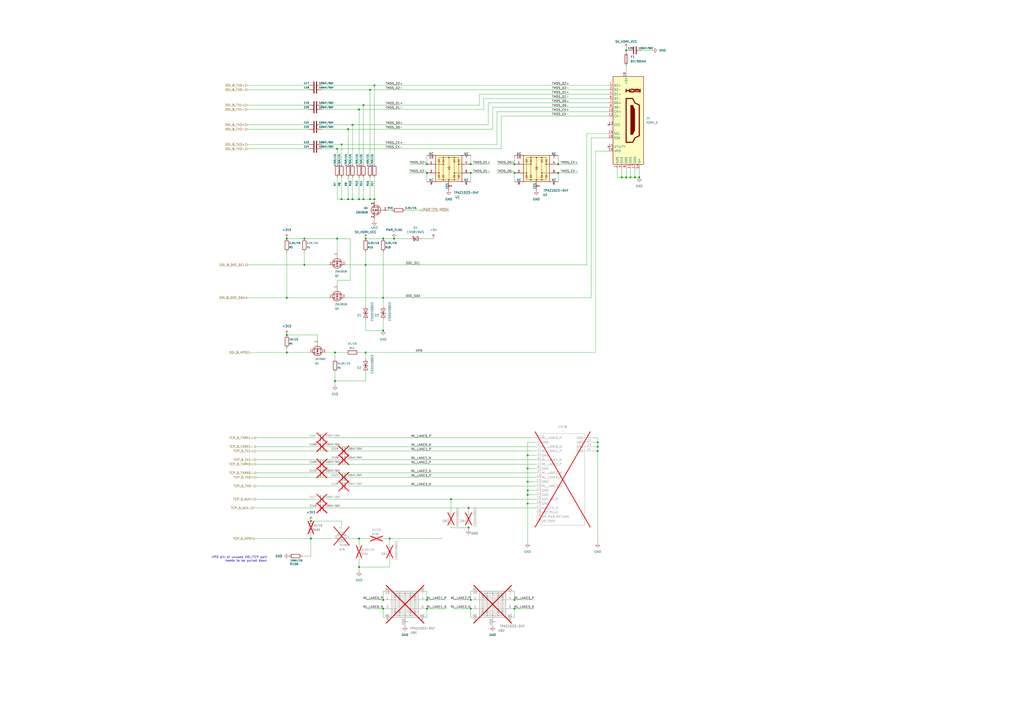
<source format=kicad_sch>
(kicad_sch (version 20231120) (generator "eeschema") (generator_version "8.0")
  (paper "A2")
  (title_block (title "nvme Carrier for LattePanda Mu") (date "2024-07-13") (rev "V1.0"))
  (junction (at 222.25 138.43))
  (junction (at 195.58 86.36))
  (junction (at 198.12 83.82))
  (junction (at 166.37 204.47))
  (junction (at 208.28 328.93))
  (junction (at 166.37 138.43))
  (junction (at 214.63 115.57))
  (junction (at 298.45 100.33))
  (junction (at 180.34 312.42))
  (junction (at 166.37 194.31))
  (junction (at 222.25 191.77))
  (junction (at 306.07 287.02))
  (junction (at 201.93 115.57))
  (junction (at 210.82 60.96))
  (junction (at 271.78 306.07))
  (junction (at 204.47 72.39))
  (junction (at 247.65 95.25))
  (junction (at 365.76 102.87))
  (junction (at 222.25 347.98))
  (junction (at 363.22 102.87))
  (junction (at 298.45 347.98))
  (junction (at 247.65 347.98))
  (junction (at 306.07 292.1))
  (junction (at 346.71 256.54))
  (junction (at 323.85 100.33))
  (junction (at 306.07 271.78))
  (junction (at 273.05 100.33))
  (junction (at 212.09 204.47))
  (junction (at 208.28 63.5))
  (junction (at 217.17 49.53))
  (junction (at 217.17 115.57))
  (junction (at 306.07 284.48))
  (junction (at 306.07 279.4))
  (junction (at 363.22 29.21))
  (junction (at 271.78 294.64))
  (junction (at 204.47 115.57))
  (junction (at 176.53 153.67))
  (junction (at 222.25 172.72))
  (junction (at 298.45 95.25))
  (junction (at 368.3 102.87))
  (junction (at 201.93 74.93))
  (junction (at 212.09 153.67))
  (junction (at 346.71 261.62))
  (junction (at 370.84 102.87))
  (junction (at 198.12 115.57))
  (junction (at 166.37 172.72))
  (junction (at 360.68 102.87))
  (junction (at 273.05 353.06))
  (junction (at 222.25 353.06))
  (junction (at 273.05 347.98))
  (junction (at 226.06 312.42))
  (junction (at 273.05 95.25))
  (junction (at 247.65 353.06))
  (junction (at 214.63 52.07))
  (junction (at 194.31 220.98))
  (junction (at 176.53 138.43))
  (junction (at 195.58 138.43))
  (junction (at 208.28 115.57))
  (junction (at 306.07 264.16))
  (junction (at 346.71 259.08))
  (junction (at 261.62 289.56))
  (junction (at 247.65 100.33))
  (junction (at 180.34 302.26))
  (junction (at 194.31 204.47))
  (junction (at 212.09 138.43))
  (junction (at 228.6 138.43))
  (junction (at 298.45 353.06))
  (junction (at 208.28 312.42))
  (junction (at 323.85 95.25))
  (junction (at 210.82 115.57))
  (no_connect (at 353.06 72.39))
  (no_connect (at 353.06 85.09))
  (wire (pts (xy 176.53 146.05) (xy 176.53 153.67)))
  (wire (pts (xy 323.85 100.33) (xy 323.85 105.41)))
  (wire (pts (xy 222.25 342.9) (xy 222.25 347.98)))
  (wire (pts (xy 189.23 204.47) (xy 194.31 204.47)))
  (wire (pts (xy 147.32 294.64) (xy 182.88 294.64)))
  (wire (pts (xy 198.12 95.25) (xy 198.12 83.82)))
  (wire (pts (xy 148.59 259.08) (xy 182.88 259.08)))
  (wire (pts (xy 222.25 146.05) (xy 222.25 172.72)))
  (wire (pts (xy 175.26 322.58) (xy 180.34 322.58)))
  (wire (pts (xy 237.49 95.25) (xy 247.65 95.25)))
  (wire (pts (xy 198.12 304.8) (xy 198.12 302.26)))
  (wire (pts (xy 247.65 95.25) (xy 247.65 90.17)))
  (wire (pts (xy 345.44 87.63) (xy 353.06 87.63)))
  (wire (pts (xy 226.06 312.42) (xy 226.06 316.23)))
  (wire (pts (xy 208.28 115.57) (xy 204.47 115.57)))
  (wire (pts (xy 306.07 314.96) (xy 306.07 292.1)))
  (wire (pts (xy 198.12 83.82) (xy 186.69 83.82)))
  (wire (pts (xy 214.63 52.07) (xy 353.06 52.07)))
  (wire (pts (xy 217.17 102.87) (xy 217.17 115.57)))
  (wire (pts (xy 195.58 86.36) (xy 195.58 95.25)))
  (wire (pts (xy 273.05 342.9) (xy 273.05 347.98)))
  (wire (pts (xy 247.65 347.98) (xy 247.65 342.9)))
  (wire (pts (xy 180.34 302.26) (xy 198.12 302.26)))
  (wire (pts (xy 370.84 97.79) (xy 370.84 102.87)))
  (wire (pts (xy 358.14 97.79) (xy 358.14 102.87)))
  (wire (pts (xy 306.07 264.16) (xy 311.15 264.16)))
  (wire (pts (xy 273.05 95.25) (xy 273.05 90.17)))
  (wire (pts (xy 148.59 269.24) (xy 182.88 269.24)))
  (wire (pts (xy 184.15 196.85) (xy 184.15 194.31)))
  (wire (pts (xy 208.28 323.85) (xy 208.28 328.93)))
  (wire (pts (xy 208.28 63.5) (xy 186.69 63.5)))
  (wire (pts (xy 148.59 281.94) (xy 195.58 281.94)))
  (wire (pts (xy 198.12 83.82) (xy 288.29 83.82)))
  (wire (pts (xy 278.13 54.61) (xy 353.06 54.61)))
  (wire (pts (xy 217.17 49.53) (xy 186.69 49.53)))
  (wire (pts (xy 222.25 358.14) (xy 222.25 353.06)))
  (wire (pts (xy 212.09 138.43) (xy 222.25 138.43)))
  (wire (pts (xy 261.62 289.56) (xy 311.15 289.56)))
  (wire (pts (xy 143.51 86.36) (xy 179.07 86.36)))
  (wire (pts (xy 148.59 266.7) (xy 195.58 266.7)))
  (wire (pts (xy 212.09 185.42) (xy 212.09 191.77)))
  (wire (pts (xy 176.53 153.67) (xy 190.5 153.67)))
  (wire (pts (xy 214.63 95.25) (xy 214.63 52.07)))
  (wire (pts (xy 340.36 153.67) (xy 340.36 77.47)))
  (wire (pts (xy 201.93 95.25) (xy 201.93 74.93)))
  (wire (pts (xy 346.71 256.54) (xy 346.71 254)))
  (wire (pts (xy 222.25 172.72) (xy 200.66 172.72)))
  (wire (pts (xy 190.5 294.64) (xy 271.78 294.64)))
  (wire (pts (xy 345.44 204.47) (xy 345.44 87.63)))
  (wire (pts (xy 143.51 83.82) (xy 179.07 83.82)))
  (wire (pts (xy 285.75 74.93) (xy 285.75 62.23)))
  (wire (pts (xy 195.58 86.36) (xy 290.83 86.36)))
  (wire (pts (xy 203.2 276.86) (xy 311.15 276.86)))
  (wire (pts (xy 245.11 138.43) (xy 251.46 138.43)))
  (wire (pts (xy 217.17 115.57) (xy 214.63 115.57)))
  (wire (pts (xy 180.34 309.88) (xy 180.34 312.42)))
  (wire (pts (xy 262.89 353.06) (xy 273.05 353.06)))
  (wire (pts (xy 340.36 77.47) (xy 353.06 77.47)))
  (wire (pts (xy 306.07 292.1) (xy 306.07 287.02)))
  (wire (pts (xy 288.29 95.25) (xy 298.45 95.25)))
  (wire (pts (xy 198.12 102.87) (xy 198.12 115.57)))
  (wire (pts (xy 323.85 90.17) (xy 323.85 95.25)))
  (wire (pts (xy 210.82 95.25) (xy 210.82 60.96)))
  (wire (pts (xy 147.32 312.42) (xy 180.34 312.42)))
  (wire (pts (xy 210.82 115.57) (xy 208.28 115.57)))
  (wire (pts (xy 306.07 279.4) (xy 306.07 271.78)))
  (wire (pts (xy 306.07 292.1) (xy 311.15 292.1)))
  (wire (pts (xy 306.07 287.02) (xy 306.07 284.48)))
  (wire (pts (xy 306.07 279.4) (xy 311.15 279.4)))
  (wire (pts (xy 273.05 95.25) (xy 284.48 95.25)))
  (wire (pts (xy 360.68 97.79) (xy 360.68 102.87)))
  (wire (pts (xy 222.25 138.43) (xy 228.6 138.43)))
  (wire (pts (xy 247.65 347.98) (xy 259.08 347.98)))
  (wire (pts (xy 148.59 276.86) (xy 195.58 276.86)))
  (wire (pts (xy 306.07 284.48) (xy 311.15 284.48)))
  (wire (pts (xy 217.17 116.84) (xy 217.17 115.57)))
  (wire (pts (xy 247.65 358.14) (xy 247.65 353.06)))
  (wire (pts (xy 273.05 353.06) (xy 273.05 358.14)))
  (wire (pts (xy 201.93 74.93) (xy 186.69 74.93)))
  (wire (pts (xy 204.47 72.39) (xy 283.21 72.39)))
  (wire (pts (xy 306.07 271.78) (xy 311.15 271.78)))
  (wire (pts (xy 234.95 121.92) (xy 243.84 121.92)))
  (wire (pts (xy 261.62 304.8) (xy 261.62 306.07)))
  (wire (pts (xy 365.76 97.79) (xy 365.76 102.87)))
  (wire (pts (xy 143.51 72.39) (xy 179.07 72.39)))
  (wire (pts (xy 280.67 57.15) (xy 353.06 57.15)))
  (wire (pts (xy 212.09 353.06) (xy 222.25 353.06)))
  (wire (pts (xy 210.82 60.96) (xy 278.13 60.96)))
  (wire (pts (xy 306.07 284.48) (xy 306.07 279.4)))
  (wire (pts (xy 144.78 204.47) (xy 166.37 204.47)))
  (wire (pts (xy 180.34 312.42) (xy 193.04 312.42)))
  (wire (pts (xy 148.59 289.56) (xy 182.88 289.56)))
  (wire (pts (xy 143.51 153.67) (xy 176.53 153.67)))
  (wire (pts (xy 288.29 64.77) (xy 353.06 64.77)))
  (wire (pts (xy 298.45 100.33) (xy 298.45 105.41)))
  (wire (pts (xy 344.17 259.08) (xy 346.71 259.08)))
  (wire (pts (xy 208.28 204.47) (xy 212.09 204.47)))
  (wire (pts (xy 346.71 314.96) (xy 346.71 261.62)))
  (wire (pts (xy 166.37 172.72) (xy 190.5 172.72)))
  (wire (pts (xy 306.07 271.78) (xy 306.07 264.16)))
  (wire (pts (xy 365.76 102.87) (xy 368.3 102.87)))
  (wire (pts (xy 214.63 115.57) (xy 210.82 115.57)))
  (wire (pts (xy 194.31 204.47) (xy 200.66 204.47)))
  (wire (pts (xy 148.59 274.32) (xy 182.88 274.32)))
  (wire (pts (xy 204.47 72.39) (xy 186.69 72.39)))
  (wire (pts (xy 212.09 153.67) (xy 340.36 153.67)))
  (wire (pts (xy 212.09 204.47) (xy 212.09 208.28)))
  (wire (pts (xy 363.22 102.87) (xy 365.76 102.87)))
  (wire (pts (xy 195.58 165.1) (xy 195.58 162.56)))
  (wire (pts (xy 271.78 304.8) (xy 271.78 306.07)))
  (wire (pts (xy 306.07 256.54) (xy 311.15 256.54)))
  (wire (pts (xy 212.09 153.67) (xy 212.09 146.05)))
  (wire (pts (xy 363.22 29.21) (xy 363.22 30.48)))
  (wire (pts (xy 208.28 328.93) (xy 208.28 331.47)))
  (wire (pts (xy 208.28 102.87) (xy 208.28 115.57)))
  (wire (pts (xy 166.37 204.47) (xy 179.07 204.47)))
  (wire (pts (xy 346.71 261.62) (xy 346.71 259.08)))
  (wire (pts (xy 204.47 115.57) (xy 201.93 115.57)))
  (wire (pts (xy 273.05 100.33) (xy 284.48 100.33)))
  (wire (pts (xy 166.37 138.43) (xy 176.53 138.43)))
  (wire (pts (xy 143.51 49.53) (xy 179.07 49.53)))
  (wire (pts (xy 204.47 95.25) (xy 204.47 72.39)))
  (wire (pts (xy 212.09 191.77) (xy 222.25 191.77)))
  (wire (pts (xy 261.62 289.56) (xy 261.62 297.18)))
  (wire (pts (xy 203.2 266.7) (xy 311.15 266.7)))
  (wire (pts (xy 217.17 127) (xy 217.17 128.27)))
  (wire (pts (xy 346.71 254) (xy 344.17 254)))
  (wire (pts (xy 212.09 215.9) (xy 212.09 220.98)))
  (wire (pts (xy 344.17 256.54) (xy 346.71 256.54)))
  (wire (pts (xy 247.65 353.06) (xy 259.08 353.06)))
  (wire (pts (xy 212.09 204.47) (xy 345.44 204.47)))
  (wire (pts (xy 323.85 100.33) (xy 335.28 100.33)))
  (wire (pts (xy 210.82 102.87) (xy 210.82 115.57)))
  (wire (pts (xy 195.58 146.05) (xy 195.58 138.43)))
  (wire (pts (xy 203.2 312.42) (xy 208.28 312.42)))
  (wire (pts (xy 364.49 29.21) (xy 363.22 29.21)))
  (wire (pts (xy 309.88 347.98) (xy 298.45 347.98)))
  (wire (pts (xy 346.71 259.08) (xy 346.71 256.54)))
  (wire (pts (xy 280.67 63.5) (xy 280.67 57.15)))
  (wire (pts (xy 194.31 215.9) (xy 194.31 220.98)))
  (wire (pts (xy 217.17 95.25) (xy 217.17 49.53)))
  (wire (pts (xy 298.45 90.17) (xy 298.45 95.25)))
  (wire (pts (xy 298.45 353.06) (xy 298.45 358.14)))
  (wire (pts (xy 224.79 121.92) (xy 227.33 121.92)))
  (wire (pts (xy 271.78 294.64) (xy 311.15 294.64)))
  (wire (pts (xy 363.22 27.94) (xy 363.22 29.21)))
  (wire (pts (xy 226.06 328.93) (xy 208.28 328.93)))
  (wire (pts (xy 363.22 97.79) (xy 363.22 102.87)))
  (wire (pts (xy 203.2 138.43) (xy 195.58 138.43)))
  (wire (pts (xy 212.09 220.98) (xy 194.31 220.98)))
  (wire (pts (xy 208.28 312.42) (xy 214.63 312.42)))
  (wire (pts (xy 278.13 60.96) (xy 278.13 54.61)))
  (wire (pts (xy 306.07 264.16) (xy 306.07 256.54)))
  (wire (pts (xy 195.58 102.87) (xy 195.58 115.57)))
  (wire (pts (xy 298.45 342.9) (xy 298.45 347.98)))
  (wire (pts (xy 273.05 105.41) (xy 273.05 100.33)))
  (wire (pts (xy 195.58 138.43) (xy 176.53 138.43)))
  (wire (pts (xy 143.51 74.93) (xy 179.07 74.93)))
  (wire (pts (xy 143.51 60.96) (xy 179.07 60.96)))
  (wire (pts (xy 358.14 102.87) (xy 360.68 102.87)))
  (wire (pts (xy 226.06 312.42) (xy 256.54 312.42)))
  (wire (pts (xy 195.58 162.56) (xy 203.2 162.56)))
  (wire (pts (xy 285.75 62.23) (xy 353.06 62.23)))
  (wire (pts (xy 208.28 312.42) (xy 208.28 316.23)))
  (wire (pts (xy 368.3 97.79) (xy 368.3 102.87)))
  (wire (pts (xy 228.6 138.43) (xy 237.49 138.43)))
  (wire (pts (xy 222.25 185.42) (xy 222.25 191.77)))
  (wire (pts (xy 290.83 86.36) (xy 290.83 67.31)))
  (wire (pts (xy 298.45 353.06) (xy 309.88 353.06)))
  (wire (pts (xy 148.59 254) (xy 182.88 254)))
  (wire (pts (xy 212.09 153.67) (xy 212.09 177.8)))
  (wire (pts (xy 204.47 102.87) (xy 204.47 115.57)))
  (wire (pts (xy 360.68 102.87) (xy 363.22 102.87)))
  (wire (pts (xy 190.5 259.08) (xy 311.15 259.08)))
  (wire (pts (xy 166.37 201.93) (xy 166.37 204.47)))
  (wire (pts (xy 217.17 49.53) (xy 353.06 49.53)))
  (wire (pts (xy 363.22 38.1) (xy 363.22 41.91)))
  (wire (pts (xy 222.25 172.72) (xy 222.25 177.8)))
  (wire (pts (xy 214.63 102.87) (xy 214.63 115.57)))
  (wire (pts (xy 203.2 281.94) (xy 311.15 281.94)))
  (wire (pts (xy 148.59 261.62) (xy 195.58 261.62)))
  (wire (pts (xy 190.5 254) (xy 311.15 254)))
  (wire (pts (xy 203.2 261.62) (xy 311.15 261.62)))
  (wire (pts (xy 190.5 289.56) (xy 261.62 289.56)))
  (wire (pts (xy 190.5 269.24) (xy 311.15 269.24)))
  (wire (pts (xy 143.51 63.5) (xy 179.07 63.5)))
  (wire (pts (xy 288.29 100.33) (xy 298.45 100.33)))
  (wire (pts (xy 212.09 347.98) (xy 222.25 347.98)))
  (wire (pts (xy 198.12 115.57) (xy 195.58 115.57)))
  (wire (pts (xy 201.93 74.93) (xy 285.75 74.93)))
  (wire (pts (xy 194.31 220.98) (xy 194.31 223.52)))
  (wire (pts (xy 222.25 312.42) (xy 226.06 312.42)))
  (wire (pts (xy 208.28 63.5) (xy 280.67 63.5)))
  (wire (pts (xy 283.21 72.39) (xy 283.21 59.69)))
  (wire (pts (xy 214.63 52.07) (xy 186.69 52.07)))
  (wire (pts (xy 166.37 194.31) (xy 184.15 194.31)))
  (wire (pts (xy 283.21 59.69) (xy 353.06 59.69)))
  (wire (pts (xy 226.06 323.85) (xy 226.06 328.93)))
  (wire (pts (xy 237.49 100.33) (xy 247.65 100.33)))
  (wire (pts (xy 306.07 287.02) (xy 311.15 287.02)))
  (wire (pts (xy 271.78 294.64) (xy 271.78 297.18)))
  (wire (pts (xy 342.9 80.01) (xy 342.9 172.72)))
  (wire (pts (xy 210.82 60.96) (xy 186.69 60.96)))
  (wire (pts (xy 143.51 52.07) (xy 179.07 52.07)))
  (wire (pts (xy 201.93 115.57) (xy 198.12 115.57)))
  (wire (pts (xy 368.3 102.87) (xy 370.84 102.87)))
  (wire (pts (xy 143.51 172.72) (xy 166.37 172.72)))
  (wire (pts (xy 208.28 95.25) (xy 208.28 63.5)))
  (wire (pts (xy 372.11 29.21) (xy 378.46 29.21)))
  (wire (pts (xy 353.06 80.01) (xy 342.9 80.01)))
  (wire (pts (xy 290.83 67.31) (xy 353.06 67.31)))
  (wire (pts (xy 247.65 105.41) (xy 247.65 100.33)))
  (wire (pts (xy 222.25 172.72) (xy 342.9 172.72)))
  (wire (pts (xy 288.29 83.82) (xy 288.29 64.77)))
  (wire (pts (xy 261.62 306.07) (xy 271.78 306.07)))
  (wire (pts (xy 194.31 204.47) (xy 194.31 208.28)))
  (wire (pts (xy 203.2 162.56) (xy 203.2 138.43)))
  (wire (pts (xy 271.78 306.07) (xy 271.78 307.34)))
  (wire (pts (xy 166.37 146.05) (xy 166.37 172.72)))
  (wire (pts (xy 344.17 261.62) (xy 346.71 261.62)))
  (wire (pts (xy 180.34 322.58) (xy 180.34 312.42)))
  (wire (pts (xy 335.28 95.25) (xy 323.85 95.25)))
  (wire (pts (xy 190.5 274.32) (xy 311.15 274.32)))
  (wire (pts (xy 200.66 153.67) (xy 212.09 153.67)))
  (wire (pts (xy 186.69 86.36) (xy 195.58 86.36)))
  (wire (pts (xy 262.89 347.98) (xy 273.05 347.98)))
  (wire (pts (xy 201.93 102.87) (xy 201.93 115.57)))
  (text "HPD pin of unused DDI/TCP port\nneeds to be pulled down" (at 154.94 322.58 0) (effects (font (size 1.27 1.27)) (justify right top)))
  (label "TMDS_CK-" (at 330.2 67.31 180))
  (label "TMDS_D2+" (at 233.68 49.53 180))
  (label "ML_LANE3_N" (at 309.88 353.06 180))
  (label "TMDS_D0+" (at 330.2 59.69 180))
  (label "TMDS_D2-" (at 247.65 100.33 180))
  (label "DDC_SCL" (at 243.84 153.67 180))
  (label "ML_LANE1_N" (at 250.19 266.7 180))
  (label "TMDS_CK-" (at 233.68 86.36 180))
  (label "ML_LANE2_P" (at 250.19 269.24 180))
  (label "TMDS_D2-" (at 233.68 52.07 180))
  (label "ML_LANE1_P" (at 250.19 261.62 180))
  (label "ML_LANE3_P" (at 250.19 276.86 180))
  (label "TMDS_D1-" (at 330.2 57.15 180))
  (label "ML_LANE3_N" (at 250.19 281.94 180))
  (label "ML_LANE0_N" (at 250.19 259.08 180))
  (label "TMDS_D0-" (at 298.45 100.33 180))
  (label "TMDS_D0-" (at 233.68 74.93 180))
  (label "ML_LANE2_N" (at 250.19 274.32 180))
  (label "ML_LANE2_N" (at 273.05 353.06 180))
  (label "TMDS_D0+" (at 233.68 72.39 180))
  (label "ML_LANE0_N" (at 222.25 353.06 180))
  (label "ML_LANE0_P" (at 222.25 347.98 180))
  (label "ML_LANE1_N" (at 259.08 353.06 180))
  (label "TMDS_D0+" (at 298.45 95.25 180))
  (label "TMDS_D2+" (at 247.65 95.25 180))
  (label "ML_LANE0_P" (at 250.19 254 180))
  (label "TMDS_CK+" (at 335.28 95.25 180))
  (label "TMDS_CK-" (at 335.28 100.33 180))
  (label "TMDS_D1-" (at 233.68 63.5 180))
  (label "ML_LANE2_P" (at 273.05 347.98 180))
  (label "TMDS_D1+" (at 284.48 95.25 180))
  (label "TMDS_D0-" (at 330.2 62.23 180))
  (label "TMDS_CK+" (at 233.68 83.82 180))
  (label "ML_LANE1_P" (at 259.08 347.98 180))
  (label "TMDS_CK+" (at 330.2 64.77 180))
  (label "TMDS_D1+" (at 330.2 54.61 180))
  (label "DDC_SDA" (at 243.84 172.72 180))
  (label "TMDS_D2+" (at 330.2 49.53 180))
  (label "TMDS_D2-" (at 330.2 52.07 180))
  (label "ML_LANE3_P" (at 309.88 347.98 180))
  (label "TMDS_D1-" (at 284.48 100.33 180))
  (label "HPD" (at 245.11 204.47 180))
  (label "TMDS_D1+" (at 233.68 60.96 180))
  (hierarchical_label "TCP_0_TX1-" (shape input) (at 148.59 266.7 180))
  (hierarchical_label "TCP_0_AUX-" (shape input) (at 147.32 294.64 180))
  (hierarchical_label "DDI_B_TX3-" (shape input) (at 143.51 86.36 180))
  (hierarchical_label "TCP_0_HPD" (shape output) (at 147.32 312.42 180))
  (hierarchical_label "DDI_B_DDC_SDA" (shape bidirectional) (at 143.51 172.72 180))
  (hierarchical_label "DDI_B_TX0+" (shape input) (at 143.51 49.53 180))
  (hierarchical_label "DDI_B_TX2+" (shape input) (at 143.51 72.39 180))
  (hierarchical_label "TCP_0_TX1+" (shape input) (at 148.59 261.62 180))
  (hierarchical_label "TCP_0_TXRX0-" (shape bidirectional) (at 148.59 274.32 180))
  (hierarchical_label "TCP_0_TXRX0+" (shape bidirectional) (at 148.59 269.24 180))
  (hierarchical_label "DDI_B_HPD" (shape input) (at 144.78 204.47 180))
  (hierarchical_label "DDI_B_TX3+" (shape input) (at 143.51 83.82 180))
  (hierarchical_label "TCP_0_TX0-" (shape input) (at 148.59 281.94 180))
  (hierarchical_label "DDI_B_DDC_SCL" (shape output) (at 143.51 153.67 180))
  (hierarchical_label "TCP_0_AUX+" (shape input) (at 148.59 289.56 180))
  (hierarchical_label "TCP_0_TXRX1+" (shape bidirectional) (at 148.59 254 180))
  (hierarchical_label "TCP_0_TXRX1-" (shape bidirectional) (at 148.59 259.08 180))
  (hierarchical_label "DDI_B_TX0-" (shape input) (at 143.51 52.07 180))
  (hierarchical_label "~{PWR_LED}{slash}~{PSON}" (shape input) (at 243.84 121.92 0))
  (hierarchical_label "TCP_0_TX0+" (shape input) (at 148.59 276.86 180))
  (hierarchical_label "DDI_B_TX1+" (shape input) (at 143.51 60.96 180))
  (hierarchical_label "DDI_B_TX1-" (shape input) (at 143.51 63.5 180))
  (hierarchical_label "DDI_B_TX2-" (shape input) (at 143.51 74.93 180))
  (symbol (lib_id "Device:C") (at 186.69 254 90) (unit 1) (in_bom no) (on_board no) (dnp yes)
    (property "Reference" "C107" (at 181.61 252.73 90) (effects (font (size 1 1))))
    (property "Value" "100nF/50V" (at 193.04 252.73 90) (effects (font (size 1 1))))
    (property "Footprint" "A_HDJ_Library:C_0402_1005Metric" (effects (hide yes)))
    (property "Datasheet" "https://wmsc.lcsc.com/wmsc/upload/file/pdf/v2/lcsc/1809272047_Murata-Electronics-GRM155R71H104KE14D_C77020.pdf" (effects (hide yes)))
    (property "SCH_Show_Footprint" "C0402" (effects (hide yes)))
    (property "Part#" "C77020" (effects (hide yes)))
    (property "MPN" "GRM155R71H104KE14D" (effects (hide yes)))
    (property "Package" "0402" (effects (hide yes)))
    (property "LCSC Part #" "C77020" (effects (hide yes)))
  )
  (symbol (lib_id "User:HYC16-DP20-178") (at 323.85 279.4 0) (unit 1) (in_bom no) (on_board no) (dnp yes)
    (property "Reference" "CN78" (at 326.39 247.65 0))
    (property "Value" "~" (at 326.39 250.19 0))
    (property "Footprint" "Library:DP-SMD_HYC16-DP20-178" (effects (hide yes)))
    (property "Datasheet" "https://atta.szlcsc.com/upload/public/pdf/source/20200812/C711350_819FDC86A5F88806D55082D40EAA95DA.pdf" (effects (hide yes)))
    (property "Description" "Connector Type:全尺寸DisplayPort Gender:母 Mounting Style:卧贴 Contact Plating:1 Current Rating (Max):0.5A Rated Voltage (Max):40V Supplementary Features:带定位柱 Contact Material:-；- Operating Temperature Range:-25°C~+85°C Operating Temperature Range:-25°C~+85°C" (effects (hide yes)))
    (property "Manufacturer Part" "HYC16-DP20-178" (effects (hide yes)))
    (property "Manufacturer" "华宇创" (effects (hide yes)))
    (property "Supplier Part" "C711350" (effects (hide yes)))
    (property "Supplier" "LCSC" (effects (hide yes)))
    (property "LCSC Part Name" "HYC16-DP20-178" (effects (hide yes)))
  )
  (symbol (lib_id "Power_Protection:D3V3XA4B10LP") (at 285.75 350.52 0) (unit 1) (in_bom no) (on_board no) (dnp yes)
    (property "Reference" "U82" (at 290.83 365.76 0))
    (property "Value" "TPAZ1023-04F" (at 297.18 363.22 0))
    (property "Footprint" "A_HDJ_Library:Diodes_UDFN-10_1.0x2.5mm_P0.5mm" (effects (hide yes)))
    (property "Datasheet" "https://www.diodes.com/assets/Datasheets/D3V3XA4B10LP.pdf" (effects (hide yes)))
    (property "Part#" "C2827676" (effects (hide yes)))
    (property "MPN" "TPAZ1023-04F" (effects (hide yes)))
    (property "Package" "DFN2510" (effects (hide yes)))
    (property "LCSC Part #" "C2827676" (effects (hide yes)))
  )
  (symbol (lib_id "power:GND") (at 222.25 191.77 0) (unit 1)
    (property "Reference" "#PWR025" (effects (hide yes)))
    (property "Value" "GND" (at 222.25 196.85 0))
  )
  (symbol (lib_id "Device:C") (at 186.69 274.32 90) (unit 1) (in_bom no) (on_board no) (dnp yes)
    (property "Reference" "C110" (at 181.61 273.05 90) (effects (font (size 1 1))))
    (property "Value" "100nF/50V" (at 193.04 273.05 90) (effects (font (size 1 1))))
    (property "Footprint" "A_HDJ_Library:C_0402_1005Metric" (effects (hide yes)))
    (property "Datasheet" "https://wmsc.lcsc.com/wmsc/upload/file/pdf/v2/lcsc/1809272047_Murata-Electronics-GRM155R71H104KE14D_C77020.pdf" (effects (hide yes)))
    (property "SCH_Show_Footprint" "C0402" (effects (hide yes)))
    (property "Part#" "C77020" (effects (hide yes)))
    (property "MPN" "GRM155R71H104KE14D" (effects (hide yes)))
    (property "Package" "0402" (effects (hide yes)))
    (property "LCSC Part #" "C77020" (effects (hide yes)))
  )
  (symbol (lib_id "Device:C") (at 182.88 83.82 90) (unit 1)
    (property "Reference" "C23" (at 177.8 82.55 90) (effects (font (size 1 1))))
    (property "Value" "100nF/50V" (at 189.23 82.55 90) (effects (font (size 1 1))))
    (property "Footprint" "A_HDJ_Library:C_0402_1005Metric" (effects (hide yes)))
    (property "Datasheet" "https://wmsc.lcsc.com/wmsc/upload/file/pdf/v2/lcsc/1809272047_Murata-Electronics-GRM155R71H104KE14D_C77020.pdf" (effects (hide yes)))
    (property "SCH_Show_Footprint" "C0402" (effects (hide yes)))
    (property "Part#" "C77020" (effects (hide yes)))
    (property "MPN" "GRM155R71H104KE14D" (effects (hide yes)))
    (property "Package" "0402" (effects (hide yes)))
    (property "LCSC Part #" "C77020" (effects (hide yes)))
  )
  (symbol (lib_id "Device:R") (at 198.12 99.06 0) (unit 1)
    (property "Reference" "R8" (at 196.85 107.95 90) (effects (font (size 1 1)) (justify left)))
    (property "Value" "470R/1%" (at 196.85 96.52 90) (effects (font (size 1 1)) (justify left)))
    (property "Footprint" "A_HDJ_Library:R_0402_1005Metric" (effects (hide yes)))
    (property "Datasheet" "https://wmsc.lcsc.com/wmsc/upload/file/pdf/v2/lcsc/2304140030_YAGEO-RC0402FR-07470RL_C114877.pdf" (effects (hide yes)))
    (property "Part#" "C114877" (effects (hide yes)))
    (property "MPN" "RC0402FR-07470RL" (effects (hide yes)))
    (property "Package" "0402" (effects (hide yes)))
    (property "LCSC Part #" "C114877" (effects (hide yes)))
  )
  (symbol (lib_id "Device:R") (at 180.34 306.07 0) (unit 1) (in_bom no) (on_board no) (dnp yes)
    (property "Reference" "R103" (at 181.61 307.34 0) (effects (font (size 1 1)) (justify left)))
    (property "Value" "1M/1%" (at 181.61 304.8 0) (effects (font (size 1 1)) (justify left)))
    (property "Footprint" "A_HDJ_Library:R_0402_1005Metric" (effects (hide yes)))
    (property "Datasheet" "https://wmsc.lcsc.com/wmsc/upload/file/pdf/v2/lcsc/2304140030_YAGEO-RC0402FR-071ML_C138033.pdf" (effects (hide yes)))
    (property "Part#" "C138033" (effects (hide yes)))
    (property "MPN" "RC0402FR-071ML" (effects (hide yes)))
    (property "Package" "0402" (effects (hide yes)))
    (property "LCSC Part #" "C138033" (effects (hide yes)))
  )
  (symbol (lib_id "Device:C") (at 186.69 294.64 90) (unit 1) (in_bom no) (on_board no) (dnp yes)
    (property "Reference" "C118" (at 181.61 293.37 90) (effects (font (size 1 1))))
    (property "Value" "100nF/50V" (at 193.04 293.37 90) (effects (font (size 1 1))))
    (property "Footprint" "A_HDJ_Library:C_0402_1005Metric" (effects (hide yes)))
    (property "Datasheet" "https://wmsc.lcsc.com/wmsc/upload/file/pdf/v2/lcsc/1809272047_Murata-Electronics-GRM155R71H104KE14D_C77020.pdf" (effects (hide yes)))
    (property "SCH_Show_Footprint" "C0402" (effects (hide yes)))
    (property "Part#" "C77020" (effects (hide yes)))
    (property "MPN" "GRM155R71H104KE14D" (effects (hide yes)))
    (property "Package" "0402" (effects (hide yes)))
    (property "LCSC Part #" "C77020" (effects (hide yes)))
  )
  (symbol (lib_id "Device:R") (at 212.09 142.24 0) (unit 1)
    (property "Reference" "R15" (at 213.36 143.51 0) (effects (font (size 1 1)) (justify left)))
    (property "Value" "2.2K/1%" (at 213.36 140.97 0) (effects (font (size 1 1)) (justify left)))
    (property "Footprint" "A_HDJ_Library:R_0402_1005Metric" (effects (hide yes)))
    (property "Datasheet" "https://wmsc.lcsc.com/wmsc/upload/file/pdf/v2/lcsc/2304140030_YAGEO-RC0402FR-072K2L_C114762.pdf" (effects (hide yes)))
    (property "Part#" "C114762" (effects (hide yes)))
    (property "MPN" "RC0402FR-072K2L" (effects (hide yes)))
    (property "Package" "0402" (effects (hide yes)))
    (property "LCSC Part #" "C114762" (effects (hide yes)))
  )
  (symbol (lib_id "power:GND") (at 271.78 307.34 0) (unit 1)
    (property "Reference" "#PWR0218" (effects (hide yes)))
    (property "Value" "GND" (at 275.336 309.372 0))
  )
  (symbol (lib_id "power:GND") (at 306.07 314.96 0) (unit 1)
    (property "Reference" "#PWR0220" (effects (hide yes)))
    (property "Value" "GND" (at 306.07 320.04 0))
  )
  (symbol (lib_id "Device:C") (at 199.39 261.62 90) (unit 1) (in_bom no) (on_board no) (dnp yes)
    (property "Reference" "C119" (at 194.31 260.35 90) (effects (font (size 1 1))))
    (property "Value" "100nF/50V" (at 205.74 260.35 90) (effects (font (size 1 1))))
    (property "Footprint" "A_HDJ_Library:C_0402_1005Metric" (effects (hide yes)))
    (property "Datasheet" "https://wmsc.lcsc.com/wmsc/upload/file/pdf/v2/lcsc/1809272047_Murata-Electronics-GRM155R71H104KE14D_C77020.pdf" (effects (hide yes)))
    (property "SCH_Show_Footprint" "C0402" (effects (hide yes)))
    (property "Part#" "C77020" (effects (hide yes)))
    (property "MPN" "GRM155R71H104KE14D" (effects (hide yes)))
    (property "Package" "0402" (effects (hide yes)))
    (property "LCSC Part #" "C77020" (effects (hide yes)))
  )
  (symbol (lib_id "power:VCC") (at 363.22 27.94 0) (unit 1)
    (property "Reference" "#PWR029" (effects (hide yes)))
    (property "Value" "5V_HDMI_VCC" (at 363.22 24.13 0))
  )
  (symbol (lib_id "Device:R") (at 166.37 198.12 0) (unit 1)
    (property "Reference" "R4" (at 167.64 199.39 0) (effects (font (size 1 1)) (justify left)))
    (property "Value" "1M/1%" (at 167.64 196.85 0) (effects (font (size 1 1)) (justify left)))
    (property "Footprint" "A_HDJ_Library:R_0402_1005Metric" (effects (hide yes)))
    (property "Datasheet" "https://wmsc.lcsc.com/wmsc/upload/file/pdf/v2/lcsc/2304140030_YAGEO-RC0402FR-071ML_C138033.pdf" (effects (hide yes)))
    (property "Part#" "C138033" (effects (hide yes)))
    (property "MPN" "RC0402FR-071ML" (effects (hide yes)))
    (property "Package" "0402" (effects (hide yes)))
    (property "LCSC Part #" "C138033" (effects (hide yes)))
  )
  (symbol (lib_id "Device:C") (at 182.88 63.5 90) (unit 1)
    (property "Reference" "C20" (at 177.8 62.23 90) (effects (font (size 1 1))))
    (property "Value" "100nF/50V" (at 189.23 62.23 90) (effects (font (size 1 1))))
    (property "Footprint" "A_HDJ_Library:C_0402_1005Metric" (effects (hide yes)))
    (property "Datasheet" "https://wmsc.lcsc.com/wmsc/upload/file/pdf/v2/lcsc/1809272047_Murata-Electronics-GRM155R71H104KE14D_C77020.pdf" (effects (hide yes)))
    (property "SCH_Show_Footprint" "C0402" (effects (hide yes)))
    (property "Part#" "C77020" (effects (hide yes)))
    (property "MPN" "GRM155R71H104KE14D" (effects (hide yes)))
    (property "Package" "0402" (effects (hide yes)))
    (property "LCSC Part #" "C77020" (effects (hide yes)))
  )
  (symbol (lib_name "2N7002_3") (lib_id "Transistor_FET:2N7002") (at 195.58 170.18 270) (unit 1)
    (property "Reference" "Q3" (at 194.31 179.07 90) (effects (font (size 1 1)) (justify left)))
    (property "Value" "2SK3018" (at 194.3101 176.53 90) (effects (font (size 1 1)) (justify left)))
    (property "Footprint" "A_HDJ_Library:SOT-23" (effects (hide yes)))
    (property "Datasheet" "https://www.onsemi.com/pub/Collateral/NDS7002A-D.PDF" (effects (hide yes)))
    (property "Part#" "C475593" (effects (hide yes)))
    (property "MPN" "2SK3018" (effects (hide yes)))
    (property "Package" "SOT-23" (effects (hide yes)))
    (property "LCSC Part #" "C475593" (effects (hide yes)))
  )
  (symbol (lib_id "Device:R") (at 208.28 99.06 0) (unit 1)
    (property "Reference" "R13" (at 207.01 107.95 90) (effects (font (size 1 1)) (justify left)))
    (property "Value" "470R/1%" (at 207.01 96.52 90) (effects (font (size 1 1)) (justify left)))
    (property "Footprint" "A_HDJ_Library:R_0402_1005Metric" (effects (hide yes)))
    (property "Datasheet" "https://wmsc.lcsc.com/wmsc/upload/file/pdf/v2/lcsc/2304140030_YAGEO-RC0402FR-07470RL_C114877.pdf" (effects (hide yes)))
    (property "Part#" "C114877" (effects (hide yes)))
    (property "MPN" "RC0402FR-07470RL" (effects (hide yes)))
    (property "Package" "0402" (effects (hide yes)))
    (property "LCSC Part #" "C114877" (effects (hide yes)))
  )
  (symbol (lib_id "power:GND") (at 167.64 322.58 270) (unit 1)
    (property "Reference" "#PWR0119" (effects (hide yes)))
    (property "Value" "GND" (at 163.83 322.5799 90) (effects (justify right)))
  )
  (symbol (lib_id "Device:Fuse") (at 363.22 34.29 0) (unit 1)
    (property "Reference" "F1" (at 365.76 33.02 0) (effects (justify left)))
    (property "Value" "6V/50mA" (at 365.76 35.56 0) (effects (justify left)))
    (property "Footprint" "A_HDJ_Library:R_0603_1608Metric" (effects (hide yes)))
    (property "Datasheet" "https://wmsc.lcsc.com/wmsc/upload/file/pdf/v2/lcsc/2401210605_LUTE-0603L050-6AR_C7472536.pdf" (effects (hide yes)))
    (property "SCH_Show_Footprint" "R0805" (effects (hide yes)))
    (property "Part#" "C7472536" (effects (hide yes)))
    (property "MPN" "0603L050/6AR" (effects (hide yes)))
    (property "Package" "0603" (effects (hide yes)))
    (property "LCSC Part #" "C7472536" (effects (hide yes)))
  )
  (symbol (lib_id "Diode:ESD9B5.0ST5G") (at 261.62 300.99 90) (unit 1) (in_bom no) (on_board no) (dnp yes)
    (property "Reference" "D83" (at 256.54 302.26 90) (effects (justify right)))
    (property "Value" "ESD5V0B03" (at 265.43 294.64 0) (effects (justify right)))
    (property "Footprint" "A_HDJ_Library:D_0402_1005Metric" (effects (hide yes)))
    (property "Datasheet" "https://wmsc.lcsc.com/wmsc/upload/file/pdf/v2/lcsc/2108131930_TECH-PUBLIC-ESD5V0B03-1006_C521894.pdf" (effects (hide yes)))
    (property "SCH_Show_Footprint" "D0402" (effects (hide yes)))
    (property "Part#" "C521894" (effects (hide yes)))
    (property "MPN" "ESD5V0B03-1006" (effects (hide yes)))
    (property "Package" "0402" (effects (hide yes)))
    (property "LCSC Part #" "C521894" (effects (hide yes)))
  )
  (symbol (lib_id "power:+3V3") (at 166.37 138.43 0) (unit 1)
    (property "Reference" "#PWR020" (effects (hide yes)))
    (property "Value" "+3V3" (at 166.37 133.35 0))
  )
  (symbol (lib_id "Diode:ESD9B5.0ST5G") (at 226.06 320.04 90) (unit 1) (in_bom no) (on_board no) (dnp yes)
    (property "Reference" "D82" (at 220.98 321.31 90) (effects (justify right)))
    (property "Value" "ESD5V0B03" (at 229.87 313.69 0) (effects (justify right)))
    (property "Footprint" "A_HDJ_Library:D_0402_1005Metric" (effects (hide yes)))
    (property "Datasheet" "https://wmsc.lcsc.com/wmsc/upload/file/pdf/v2/lcsc/2108131930_TECH-PUBLIC-ESD5V0B03-1006_C521894.pdf" (effects (hide yes)))
    (property "SCH_Show_Footprint" "D0402" (effects (hide yes)))
    (property "Part#" "C521894" (effects (hide yes)))
    (property "MPN" "ESD5V0B03-1006" (effects (hide yes)))
    (property "Package" "0402" (effects (hide yes)))
    (property "LCSC Part #" "C521894" (effects (hide yes)))
  )
  (symbol (lib_id "Device:C") (at 368.3 29.21 90) (unit 1)
    (property "Reference" "C25" (at 365.76 27.94 90) (effects (font (size 1 1))))
    (property "Value" "100nF/50V" (at 374.65 27.94 90) (effects (font (size 1 1))))
    (property "Footprint" "A_HDJ_Library:C_0402_1005Metric" (effects (hide yes)))
    (property "Datasheet" "https://wmsc.lcsc.com/wmsc/upload/file/pdf/v2/lcsc/1809272047_Murata-Electronics-GRM155R71H104KE14D_C77020.pdf" (effects (hide yes)))
    (property "SCH_Show_Footprint" "C0402" (effects (hide yes)))
    (property "Part#" "C77020" (effects (hide yes)))
    (property "MPN" "GRM155R71H104KE14D" (effects (hide yes)))
    (property "Package" "0402" (effects (hide yes)))
    (property "LCSC Part #" "C77020" (effects (hide yes)))
  )
  (symbol (lib_id "power:GND") (at 194.31 223.52 0) (unit 1)
    (property "Reference" "#PWR022" (effects (hide yes)))
    (property "Value" "GND" (at 194.31 228.6 0))
  )
  (symbol (lib_id "Device:C") (at 199.39 276.86 90) (unit 1) (in_bom no) (on_board no) (dnp yes)
    (property "Reference" "C127" (at 194.31 275.59 90) (effects (font (size 1 1))))
    (property "Value" "100nF/50V" (at 205.74 275.59 90) (effects (font (size 1 1))))
    (property "Footprint" "A_HDJ_Library:C_0402_1005Metric" (effects (hide yes)))
    (property "Datasheet" "https://wmsc.lcsc.com/wmsc/upload/file/pdf/v2/lcsc/1809272047_Murata-Electronics-GRM155R71H104KE14D_C77020.pdf" (effects (hide yes)))
    (property "SCH_Show_Footprint" "C0402" (effects (hide yes)))
    (property "Part#" "C77020" (effects (hide yes)))
    (property "MPN" "GRM155R71H104KE14D" (effects (hide yes)))
    (property "Package" "0402" (effects (hide yes)))
    (property "LCSC Part #" "C77020" (effects (hide yes)))
  )
  (symbol (lib_id "power:+5V") (at 251.46 138.43 0) (unit 1)
    (property "Reference" "#PWR026" (effects (hide yes)))
    (property "Value" "+5V" (at 251.46 133.35 0))
  )
  (symbol (lib_id "Device:R") (at 204.47 204.47 90) (unit 1)
    (property "Reference" "R11" (at 205.74 201.93 90) (effects (font (size 1 1)) (justify left)))
    (property "Value" "1K/1%" (at 207.01 199.39 90) (effects (font (size 1 1)) (justify left)))
    (property "Footprint" "A_HDJ_Library:R_0402_1005Metric" (effects (hide yes)))
    (property "Datasheet" "https://wmsc.lcsc.com/wmsc/upload/file/pdf/v2/lcsc/2304140030_YAGEO-RC0402FR-071KL_C106235.pdf" (effects (hide yes)))
    (property "Part#" "C106235" (effects (hide yes)))
    (property "MPN" "RC0402FR-071KL" (effects (hide yes)))
    (property "Package" "0402" (effects (hide yes)))
    (property "LCSC Part #" "C106235" (effects (hide yes)))
  )
  (symbol (lib_id "Device:R") (at 222.25 142.24 0) (unit 1)
    (property "Reference" "R18" (at 223.52 143.51 0) (effects (font (size 1 1)) (justify left)))
    (property "Value" "2.2K/1%" (at 223.52 140.97 0) (effects (font (size 1 1)) (justify left)))
    (property "Footprint" "A_HDJ_Library:R_0402_1005Metric" (effects (hide yes)))
    (property "Datasheet" "https://wmsc.lcsc.com/wmsc/upload/file/pdf/v2/lcsc/2304140030_YAGEO-RC0402FR-072K2L_C114762.pdf" (effects (hide yes)))
    (property "Part#" "C114762" (effects (hide yes)))
    (property "MPN" "RC0402FR-072K2L" (effects (hide yes)))
    (property "Package" "0402" (effects (hide yes)))
    (property "LCSC Part #" "C114762" (effects (hide yes)))
  )
  (symbol (lib_id "power:GND") (at 370.84 102.87 0) (unit 1)
    (property "Reference" "#PWR030" (effects (hide yes)))
    (property "Value" "GND" (at 370.84 107.95 0))
  )
  (symbol (lib_id "Device:C") (at 186.69 259.08 90) (unit 1) (in_bom no) (on_board no) (dnp yes)
    (property "Reference" "C108" (at 181.61 257.81 90) (effects (font (size 1 1))))
    (property "Value" "100nF/50V" (at 193.04 257.81 90) (effects (font (size 1 1))))
    (property "Footprint" "A_HDJ_Library:C_0402_1005Metric" (effects (hide yes)))
    (property "Datasheet" "https://wmsc.lcsc.com/wmsc/upload/file/pdf/v2/lcsc/1809272047_Murata-Electronics-GRM155R71H104KE14D_C77020.pdf" (effects (hide yes)))
    (property "SCH_Show_Footprint" "C0402" (effects (hide yes)))
    (property "Part#" "C77020" (effects (hide yes)))
    (property "MPN" "GRM155R71H104KE14D" (effects (hide yes)))
    (property "Package" "0402" (effects (hide yes)))
    (property "LCSC Part #" "C77020" (effects (hide yes)))
  )
  (symbol (lib_id "power:+3V3") (at 180.34 302.26 0) (unit 1)
    (property "Reference" "#PWR0215" (effects (hide yes)))
    (property "Value" "+3V3" (at 180.34 297.18 0))
  )
  (symbol (lib_id "Device:R") (at 176.53 142.24 0) (unit 1)
    (property "Reference" "R5" (at 177.8 143.51 0) (effects (font (size 1 1)) (justify left)))
    (property "Value" "2.2K/1%" (at 177.8 140.97 0) (effects (font (size 1 1)) (justify left)))
    (property "Footprint" "A_HDJ_Library:R_0402_1005Metric" (effects (hide yes)))
    (property "Datasheet" "https://wmsc.lcsc.com/wmsc/upload/file/pdf/v2/lcsc/2304140030_YAGEO-RC0402FR-072K2L_C114762.pdf" (effects (hide yes)))
    (property "Part#" "C114762" (effects (hide yes)))
    (property "MPN" "RC0402FR-072K2L" (effects (hide yes)))
    (property "Package" "0402" (effects (hide yes)))
    (property "LCSC Part #" "C114762" (effects (hide yes)))
  )
  (symbol (lib_id "power:GND") (at 285.75 363.22 0) (unit 1)
    (property "Reference" "#PWR0219" (effects (hide yes)))
    (property "Value" "GND" (at 285.75 368.3 0))
  )
  (symbol (lib_id "power:GND") (at 346.71 314.96 0) (unit 1)
    (property "Reference" "#PWR0221" (effects (hide yes)))
    (property "Value" "GND" (at 346.71 320.04 0))
  )
  (symbol (lib_id "Device:R") (at 201.93 99.06 0) (unit 1)
    (property "Reference" "R9" (at 200.66 107.95 90) (effects (font (size 1 1)) (justify left)))
    (property "Value" "470R/1%" (at 200.66 96.52 90) (effects (font (size 1 1)) (justify left)))
    (property "Footprint" "A_HDJ_Library:R_0402_1005Metric" (effects (hide yes)))
    (property "Datasheet" "https://wmsc.lcsc.com/wmsc/upload/file/pdf/v2/lcsc/2304140030_YAGEO-RC0402FR-07470RL_C114877.pdf" (effects (hide yes)))
    (property "Part#" "C114877" (effects (hide yes)))
    (property "MPN" "RC0402FR-07470RL" (effects (hide yes)))
    (property "Package" "0402" (effects (hide yes)))
    (property "LCSC Part #" "C114877" (effects (hide yes)))
  )
  (symbol (lib_id "power:GND") (at 217.17 128.27 0) (unit 1)
    (property "Reference" "#PWR024" (effects (hide yes)))
    (property "Value" "GND" (at 217.17 132.08 0))
  )
  (symbol (lib_id "Device:R") (at 204.47 99.06 0) (unit 1)
    (property "Reference" "R10" (at 203.2 107.95 90) (effects (font (size 1 1)) (justify left)))
    (property "Value" "470R/1%" (at 203.2 96.52 90) (effects (font (size 1 1)) (justify left)))
    (property "Footprint" "A_HDJ_Library:R_0402_1005Metric" (effects (hide yes)))
    (property "Datasheet" "https://wmsc.lcsc.com/wmsc/upload/file/pdf/v2/lcsc/2304140030_YAGEO-RC0402FR-07470RL_C114877.pdf" (effects (hide yes)))
    (property "Part#" "C114877" (effects (hide yes)))
    (property "MPN" "RC0402FR-07470RL" (effects (hide yes)))
    (property "Package" "0402" (effects (hide yes)))
    (property "LCSC Part #" "C114877" (effects (hide yes)))
  )
  (symbol (lib_id "Diode:ESD9B5.0ST5G") (at 212.09 181.61 90) (unit 1)
    (property "Reference" "D1" (at 207.01 182.88 90) (effects (justify right)))
    (property "Value" "ESD5V0B03" (at 215.9 175.26 0) (effects (justify right)))
    (property "Footprint" "A_HDJ_Library:D_0402_1005Metric" (effects (hide yes)))
    (property "Datasheet" "https://wmsc.lcsc.com/wmsc/upload/file/pdf/v2/lcsc/2108131930_TECH-PUBLIC-ESD5V0B03-1006_C521894.pdf" (effects (hide yes)))
    (property "SCH_Show_Footprint" "D0402" (effects (hide yes)))
    (property "Part#" "C521894" (effects (hide yes)))
    (property "MPN" "ESD5V0B03-1006" (effects (hide yes)))
    (property "Package" "0402" (effects (hide yes)))
    (property "LCSC Part #" "C521894" (effects (hide yes)))
  )
  (symbol (lib_id "Diode:1N5819WS") (at 241.3 138.43 0) (unit 1)
    (property "Reference" "D4" (at 240.9825 132.08 0))
    (property "Value" "1N5819WS" (at 240.9825 134.62 0))
    (property "Footprint" "A_HDJ_Library:D_SOD-323" (effects (hide yes)))
    (property "Datasheet" "https://wmsc.lcsc.com/wmsc/upload/file/pdf/v2/lcsc/2204281430_Guangdong-Hottech-1N5819WS_C191023.pdf" (effects (hide yes)))
    (property "SCH_Show_Footprint" "SOD-323" (effects (hide yes)))
    (property "Part#" "C2828425" (effects (hide yes)))
    (property "MPN" "1N5819WS" (effects (hide yes)))
    (property "Package" "SOD-323" (effects (hide yes)))
    (property "LCSC Part #" "C2828425" (effects (hide yes)))
  )
  (symbol (lib_id "Device:R") (at 208.28 320.04 0) (unit 1) (in_bom no) (on_board no) (dnp yes)
    (property "Reference" "R104" (at 209.55 321.31 0) (effects (font (size 1 1)) (justify left)))
    (property "Value" "21.5K/1%" (at 209.55 318.77 0) (effects (font (size 1 1)) (justify left)))
    (property "Footprint" "A_HDJ_Library:R_0402_1005Metric" (effects (hide yes)))
    (property "Datasheet" "https://wmsc.lcsc.com/wmsc/upload/file/pdf/v2/lcsc/2304140030_YAGEO-RC0402FR-0721K5L_C185442.pdf" (effects (hide yes)))
    (property "Part#" "C185442" (effects (hide yes)))
    (property "MPN" "RC0402FR-0721K5L" (effects (hide yes)))
    (property "Package" "0402" (effects (hide yes)))
    (property "LCSC Part #" "C185442" (effects (hide yes)))
  )
  (symbol (lib_id "Connector:HDMI_A") (at 363.22 69.85 0) (unit 1)
    (property "Reference" "J4" (at 374.65 68.5799 0) (effects (justify left)))
    (property "Value" "HDMI_A" (at 374.65 71.1199 0) (effects (justify left)))
    (property "Footprint" "A_HDJ_Library:HDMI_A_Molex_208658-1001_Horizontal" (effects (hide yes)))
    (property "Datasheet" "https://www.molex.com/content/dam/molex/molex-dot-com/products/automated/en-us/salesdrawingpdf/208/208658/2086581001_sd.pdf" (effects (hide yes)))
    (property "Part#" "C916313" (effects (hide yes)))
    (property "MPN" "2086581001" (effects (hide yes)))
    (property "Package" "Plugin" (effects (hide yes)))
    (property "LCSC Part #" "C2858275" (effects (hide yes)))
  )
  (symbol (lib_id "Device:C") (at 186.69 289.56 90) (unit 1) (in_bom no) (on_board no) (dnp yes)
    (property "Reference" "C117" (at 181.61 288.29 90) (effects (font (size 1 1))))
    (property "Value" "100nF/50V" (at 193.04 288.29 90) (effects (font (size 1 1))))
    (property "Footprint" "A_HDJ_Library:C_0402_1005Metric" (effects (hide yes)))
    (property "Datasheet" "https://wmsc.lcsc.com/wmsc/upload/file/pdf/v2/lcsc/1809272047_Murata-Electronics-GRM155R71H104KE14D_C77020.pdf" (effects (hide yes)))
    (property "SCH_Show_Footprint" "C0402" (effects (hide yes)))
    (property "Part#" "C77020" (effects (hide yes)))
    (property "MPN" "GRM155R71H104KE14D" (effects (hide yes)))
    (property "Package" "0402" (effects (hide yes)))
    (property "LCSC Part #" "C77020" (effects (hide yes)))
  )
  (symbol (lib_id "Device:C") (at 182.88 86.36 90) (unit 1)
    (property "Reference" "C24" (at 177.8 85.09 90) (effects (font (size 1 1))))
    (property "Value" "100nF/50V" (at 189.23 85.09 90) (effects (font (size 1 1))))
    (property "Footprint" "A_HDJ_Library:C_0402_1005Metric" (effects (hide yes)))
    (property "Datasheet" "https://wmsc.lcsc.com/wmsc/upload/file/pdf/v2/lcsc/1809272047_Murata-Electronics-GRM155R71H104KE14D_C77020.pdf" (effects (hide yes)))
    (property "SCH_Show_Footprint" "C0402" (effects (hide yes)))
    (property "Part#" "C77020" (effects (hide yes)))
    (property "MPN" "GRM155R71H104KE14D" (effects (hide yes)))
    (property "Package" "0402" (effects (hide yes)))
    (property "LCSC Part #" "C77020" (effects (hide yes)))
  )
  (symbol (lib_id "Device:R") (at 194.31 212.09 0) (unit 1)
    (property "Reference" "R6" (at 195.58 213.36 0) (effects (font (size 1 1)) (justify left)))
    (property "Value" "21.5K/1%" (at 195.58 210.82 0) (effects (font (size 1 1)) (justify left)))
    (property "Footprint" "A_HDJ_Library:R_0402_1005Metric" (effects (hide yes)))
    (property "Datasheet" "https://wmsc.lcsc.com/wmsc/upload/file/pdf/v2/lcsc/2304140030_YAGEO-RC0402FR-0721K5L_C185442.pdf" (effects (hide yes)))
    (property "Part#" "C185442" (effects (hide yes)))
    (property "MPN" "RC0402FR-0721K5L" (effects (hide yes)))
    (property "Package" "0402" (effects (hide yes)))
    (property "LCSC Part #" "C185442" (effects (hide yes)))
  )
  (symbol (lib_id "power:GND") (at 311.15 110.49 0) (unit 1)
    (property "Reference" "#PWR028" (effects (hide yes)))
    (property "Value" "GND" (at 311.15 115.57 0))
  )
  (symbol (lib_id "Device:C") (at 182.88 49.53 90) (unit 1)
    (property "Reference" "C17" (at 177.8 48.26 90) (effects (font (size 1 1))))
    (property "Value" "100nF/50V" (at 189.23 48.26 90) (effects (font (size 1 1))))
    (property "Footprint" "A_HDJ_Library:C_0402_1005Metric" (effects (hide yes)))
    (property "Datasheet" "https://wmsc.lcsc.com/wmsc/upload/file/pdf/v2/lcsc/1809272047_Murata-Electronics-GRM155R71H104KE14D_C77020.pdf" (effects (hide yes)))
    (property "SCH_Show_Footprint" "C0402" (effects (hide yes)))
    (property "Part#" "C77020" (effects (hide yes)))
    (property "MPN" "GRM155R71H104KE14D" (effects (hide yes)))
    (property "Package" "0402" (effects (hide yes)))
    (property "LCSC Part #" "C77020" (effects (hide yes)))
  )
  (symbol (lib_id "Transistor_FET:2N7002") (at 198.12 309.88 270) (unit 1) (in_bom no) (on_board no) (dnp yes)
    (property "Reference" "Q79" (at 196.85 318.77 90) (effects (font (size 1 1)) (justify left)))
    (property "Value" "2N7002" (at 196.8501 316.23 90) (effects (font (size 1 1)) (justify left)))
    (property "Footprint" "A_HDJ_Library:SOT-23" (effects (hide yes)))
    (property "Datasheet" "https://www.onsemi.com/pub/Collateral/NDS7002A-D.PDF" (effects (hide yes)))
    (property "Part#" "C7603342" (effects (hide yes)))
    (property "MPN" "NDS7002A" (effects (hide yes)))
    (property "Package" "SOT-23" (effects (hide yes)))
    (property "LCSC Part #" "C7603342" (effects (hide yes)))
  )
  (symbol (lib_id "Device:C") (at 199.39 281.94 90) (unit 1) (in_bom no) (on_board no) (dnp yes)
    (property "Reference" "C128" (at 194.31 280.67 90) (effects (font (size 1 1))))
    (property "Value" "100nF/50V" (at 205.74 280.67 90) (effects (font (size 1 1))))
    (property "Footprint" "A_HDJ_Library:C_0402_1005Metric" (effects (hide yes)))
    (property "Datasheet" "https://wmsc.lcsc.com/wmsc/upload/file/pdf/v2/lcsc/1809272047_Murata-Electronics-GRM155R71H104KE14D_C77020.pdf" (effects (hide yes)))
    (property "SCH_Show_Footprint" "C0402" (effects (hide yes)))
    (property "Part#" "C77020" (effects (hide yes)))
    (property "MPN" "GRM155R71H104KE14D" (effects (hide yes)))
    (property "Package" "0402" (effects (hide yes)))
    (property "LCSC Part #" "C77020" (effects (hide yes)))
  )
  (symbol (lib_id "power:+3V3") (at 166.37 194.31 0) (unit 1)
    (property "Reference" "#PWR021" (effects (hide yes)))
    (property "Value" "+3V3" (at 166.37 189.23 0))
  )
  (symbol (lib_id "Device:C") (at 199.39 266.7 90) (unit 1) (in_bom no) (on_board no) (dnp yes)
    (property "Reference" "C120" (at 194.31 265.43 90) (effects (font (size 1 1))))
    (property "Value" "100nF/50V" (at 205.74 265.43 90) (effects (font (size 1 1))))
    (property "Footprint" "A_HDJ_Library:C_0402_1005Metric" (effects (hide yes)))
    (property "Datasheet" "https://wmsc.lcsc.com/wmsc/upload/file/pdf/v2/lcsc/1809272047_Murata-Electronics-GRM155R71H104KE14D_C77020.pdf" (effects (hide yes)))
    (property "SCH_Show_Footprint" "C0402" (effects (hide yes)))
    (property "Part#" "C77020" (effects (hide yes)))
    (property "MPN" "GRM155R71H104KE14D" (effects (hide yes)))
    (property "Package" "0402" (effects (hide yes)))
    (property "LCSC Part #" "C77020" (effects (hide yes)))
  )
  (symbol (lib_id "Diode:ESD9B5.0ST5G") (at 271.78 300.99 90) (unit 1) (in_bom no) (on_board no) (dnp yes)
    (property "Reference" "D84" (at 266.7 302.26 90) (effects (justify right)))
    (property "Value" "ESD5V0B03" (at 275.59 294.64 0) (effects (justify right)))
    (property "Footprint" "A_HDJ_Library:D_0402_1005Metric" (effects (hide yes)))
    (property "Datasheet" "https://wmsc.lcsc.com/wmsc/upload/file/pdf/v2/lcsc/2108131930_TECH-PUBLIC-ESD5V0B03-1006_C521894.pdf" (effects (hide yes)))
    (property "SCH_Show_Footprint" "D0402" (effects (hide yes)))
    (property "Part#" "C521894" (effects (hide yes)))
    (property "MPN" "ESD5V0B03-1006" (effects (hide yes)))
    (property "Package" "0402" (effects (hide yes)))
    (property "LCSC Part #" "C521894" (effects (hide yes)))
  )
  (symbol (lib_id "Diode:ESD9B5.0ST5G") (at 212.09 212.09 90) (unit 1)
    (property "Reference" "D2" (at 207.01 213.36 90) (effects (justify right)))
    (property "Value" "ESD5V0B03" (at 215.9 205.74 0) (effects (justify right)))
    (property "Footprint" "A_HDJ_Library:D_0402_1005Metric" (effects (hide yes)))
    (property "Datasheet" "https://wmsc.lcsc.com/wmsc/upload/file/pdf/v2/lcsc/2108131930_TECH-PUBLIC-ESD5V0B03-1006_C521894.pdf" (effects (hide yes)))
    (property "SCH_Show_Footprint" "D0402" (effects (hide yes)))
    (property "Part#" "C521894" (effects (hide yes)))
    (property "MPN" "ESD5V0B03-1006" (effects (hide yes)))
    (property "Package" "0402" (effects (hide yes)))
    (property "LCSC Part #" "C521894" (effects (hide yes)))
  )
  (symbol (lib_id "Device:C") (at 182.88 52.07 90) (unit 1)
    (property "Reference" "C18" (at 177.8 50.8 90) (effects (font (size 1 1))))
    (property "Value" "100nF/50V" (at 189.23 50.8 90) (effects (font (size 1 1))))
    (property "Footprint" "A_HDJ_Library:C_0402_1005Metric" (effects (hide yes)))
    (property "Datasheet" "https://wmsc.lcsc.com/wmsc/upload/file/pdf/v2/lcsc/1809272047_Murata-Electronics-GRM155R71H104KE14D_C77020.pdf" (effects (hide yes)))
    (property "SCH_Show_Footprint" "C0402" (effects (hide yes)))
    (property "Part#" "C77020" (effects (hide yes)))
    (property "MPN" "GRM155R71H104KE14D" (effects (hide yes)))
    (property "Package" "0402" (effects (hide yes)))
    (property "LCSC Part #" "C77020" (effects (hide yes)))
  )
  (symbol (lib_id "Device:R") (at 210.82 99.06 0) (unit 1)
    (property "Reference" "R14" (at 209.55 107.95 90) (effects (font (size 1 1)) (justify left)))
    (property "Value" "470R/1%" (at 209.55 96.52 90) (effects (font (size 1 1)) (justify left)))
    (property "Footprint" "A_HDJ_Library:R_0402_1005Metric" (effects (hide yes)))
    (property "Datasheet" "https://wmsc.lcsc.com/wmsc/upload/file/pdf/v2/lcsc/2304140030_YAGEO-RC0402FR-07470RL_C114877.pdf" (effects (hide yes)))
    (property "Part#" "C114877" (effects (hide yes)))
    (property "MPN" "RC0402FR-07470RL" (effects (hide yes)))
    (property "Package" "0402" (effects (hide yes)))
    (property "LCSC Part #" "C114877" (effects (hide yes)))
  )
  (symbol (lib_id "power:GND") (at 208.28 331.47 0) (unit 1)
    (property "Reference" "#PWR0216" (effects (hide yes)))
    (property "Value" "GND" (at 208.28 336.55 0))
  )
  (symbol (lib_id "Device:R") (at 171.45 322.58 270) (unit 1)
    (property "Reference" "R106" (at 170.688 327.152 90))
    (property "Value" "100K/1%" (at 171.958 325.12 90) (effects (font (size 1 1))))
    (property "Footprint" "A_HDJ_Library:R_0402_1005Metric" (effects (hide yes)))
    (property "Datasheet" "https://wmsc.lcsc.com/wmsc/upload/file/pdf/v2/lcsc/2304140030_YAGEO-RC0402FR-07100KL_C60491.pdf" (effects (hide yes)))
    (property "Part#" "C60491" (effects (hide yes)))
    (property "MPN" "RC0402FR-07100KL" (effects (hide yes)))
    (property "Package" "0402" (effects (hide yes)))
    (property "LCSC Part #" "C60491" (effects (hide yes)))
  )
  (symbol (lib_id "Power_Protection:D3V3XA4B10LP") (at 234.95 350.52 0) (unit 1) (in_bom no) (on_board no) (dnp yes)
    (property "Reference" "U81" (at 240.03 367.03 0))
    (property "Value" "TPAZ1023-04F" (at 245.11 364.49 0))
    (property "Footprint" "A_HDJ_Library:Diodes_UDFN-10_1.0x2.5mm_P0.5mm" (effects (hide yes)))
    (property "Datasheet" "https://www.diodes.com/assets/Datasheets/D3V3XA4B10LP.pdf" (effects (hide yes)))
    (property "Part#" "C2827676" (effects (hide yes)))
    (property "MPN" "TPAZ1023-04F" (effects (hide yes)))
    (property "Package" "DFN2510" (effects (hide yes)))
    (property "LCSC Part #" "C2827676" (effects (hide yes)))
  )
  (symbol (lib_name "2N7002_1") (lib_id "Transistor_FET:2N7002") (at 219.71 121.92 0) (mirror y) (unit 1)
    (property "Reference" "Q4" (at 213.36 120.6499 0) (effects (font (size 1 1)) (justify left)))
    (property "Value" "2SK3018" (at 213.36 123.1899 0) (effects (font (size 1 1)) (justify left)))
    (property "Footprint" "A_HDJ_Library:SOT-23" (effects (hide yes)))
    (property "Datasheet" "https://www.onsemi.com/pub/Collateral/NDS7002A-D.PDF" (effects (hide yes)))
    (property "Part#" "C475593" (effects (hide yes)))
    (property "MPN" "2SK3018" (effects (hide yes)))
    (property "Package" "SOT-23" (effects (hide yes)))
    (property "LCSC Part #" "C475593" (effects (hide yes)))
  )
  (symbol (lib_id "Device:C") (at 182.88 72.39 90) (unit 1)
    (property "Reference" "C21" (at 177.8 71.12 90) (effects (font (size 1 1))))
    (property "Value" "100nF/50V" (at 189.23 71.12 90) (effects (font (size 1 1))))
    (property "Footprint" "A_HDJ_Library:C_0402_1005Metric" (effects (hide yes)))
    (property "Datasheet" "https://wmsc.lcsc.com/wmsc/upload/file/pdf/v2/lcsc/1809272047_Murata-Electronics-GRM155R71H104KE14D_C77020.pdf" (effects (hide yes)))
    (property "SCH_Show_Footprint" "C0402" (effects (hide yes)))
    (property "Part#" "C77020" (effects (hide yes)))
    (property "MPN" "GRM155R71H104KE14D" (effects (hide yes)))
    (property "Package" "0402" (effects (hide yes)))
    (property "LCSC Part #" "C77020" (effects (hide yes)))
  )
  (symbol (lib_id "power:GND") (at 378.46 29.21 90) (unit 1)
    (property "Reference" "#PWR031" (effects (hide yes)))
    (property "Value" "GND" (at 382.27 29.21 90) (effects (justify right)))
  )
  (symbol (lib_id "Diode:ESD9B5.0ST5G") (at 222.25 181.61 90) (unit 1)
    (property "Reference" "D3" (at 217.17 182.88 90) (effects (justify right)))
    (property "Value" "ESD5V0B03" (at 226.06 175.26 0) (effects (justify right)))
    (property "Footprint" "A_HDJ_Library:D_0402_1005Metric" (effects (hide yes)))
    (property "Datasheet" "https://wmsc.lcsc.com/wmsc/upload/file/pdf/v2/lcsc/2108131930_TECH-PUBLIC-ESD5V0B03-1006_C521894.pdf" (effects (hide yes)))
    (property "SCH_Show_Footprint" "D0402" (effects (hide yes)))
    (property "Part#" "C521894" (effects (hide yes)))
    (property "MPN" "ESD5V0B03-1006" (effects (hide yes)))
    (property "Package" "0402" (effects (hide yes)))
    (property "LCSC Part #" "C521894" (effects (hide yes)))
  )
  (symbol (lib_id "power:VCC") (at 212.09 138.43 0) (unit 1)
    (property "Reference" "#PWR023" (effects (hide yes)))
    (property "Value" "5V_HDMI_VCC" (at 212.09 134.62 0))
  )
  (symbol (lib_id "Device:R") (at 166.37 142.24 0) (unit 1)
    (property "Reference" "R3" (at 167.64 143.51 0) (effects (font (size 1 1)) (justify left)))
    (property "Value" "2.2K/1%" (at 167.64 140.97 0) (effects (font (size 1 1)) (justify left)))
    (property "Footprint" "A_HDJ_Library:R_0402_1005Metric" (effects (hide yes)))
    (property "Datasheet" "https://wmsc.lcsc.com/wmsc/upload/file/pdf/v2/lcsc/2304140030_YAGEO-RC0402FR-072K2L_C114762.pdf" (effects (hide yes)))
    (property "Part#" "C114762" (effects (hide yes)))
    (property "MPN" "RC0402FR-072K2L" (effects (hide yes)))
    (property "Package" "0402" (effects (hide yes)))
    (property "LCSC Part #" "C114762" (effects (hide yes)))
  )
  (symbol (lib_id "Device:R") (at 218.44 312.42 90) (unit 1) (in_bom no) (on_board no) (dnp yes)
    (property "Reference" "R105" (at 219.71 309.88 90) (effects (font (size 1 1)) (justify left)))
    (property "Value" "1K/1%" (at 220.98 307.34 90) (effects (font (size 1 1)) (justify left)))
    (property "Footprint" "A_HDJ_Library:R_0402_1005Metric" (effects (hide yes)))
    (property "Datasheet" "https://wmsc.lcsc.com/wmsc/upload/file/pdf/v2/lcsc/2304140030_YAGEO-RC0402FR-071KL_C106235.pdf" (effects (hide yes)))
    (property "Part#" "C106235" (effects (hide yes)))
    (property "MPN" "RC0402FR-071KL" (effects (hide yes)))
    (property "Package" "0402" (effects (hide yes)))
    (property "LCSC Part #" "C106235" (effects (hide yes)))
  )
  (symbol (lib_id "Device:C") (at 182.88 60.96 90) (unit 1)
    (property "Reference" "C19" (at 177.8 59.69 90) (effects (font (size 1 1))))
    (property "Value" "100nF/50V" (at 189.23 59.69 90) (effects (font (size 1 1))))
    (property "Footprint" "A_HDJ_Library:C_0402_1005Metric" (effects (hide yes)))
    (property "Datasheet" "https://wmsc.lcsc.com/wmsc/upload/file/pdf/v2/lcsc/1809272047_Murata-Electronics-GRM155R71H104KE14D_C77020.pdf" (effects (hide yes)))
    (property "SCH_Show_Footprint" "C0402" (effects (hide yes)))
    (property "Part#" "C77020" (effects (hide yes)))
    (property "MPN" "GRM155R71H104KE14D" (effects (hide yes)))
    (property "Package" "0402" (effects (hide yes)))
    (property "LCSC Part #" "C77020" (effects (hide yes)))
  )
  (symbol (lib_id "Device:R") (at 214.63 99.06 0) (unit 1)
    (property "Reference" "R16" (at 213.36 107.95 90) (effects (font (size 1 1)) (justify left)))
    (property "Value" "470R/1%" (at 213.36 96.52 90) (effects (font (size 1 1)) (justify left)))
    (property "Footprint" "A_HDJ_Library:R_0402_1005Metric" (effects (hide yes)))
    (property "Datasheet" "https://wmsc.lcsc.com/wmsc/upload/file/pdf/v2/lcsc/2304140030_YAGEO-RC0402FR-07470RL_C114877.pdf" (effects (hide yes)))
    (property "Part#" "C114877" (effects (hide yes)))
    (property "MPN" "RC0402FR-07470RL" (effects (hide yes)))
    (property "Package" "0402" (effects (hide yes)))
    (property "LCSC Part #" "C114877" (effects (hide yes)))
  )
  (symbol (lib_id "Device:R") (at 231.14 121.92 270) (unit 1)
    (property "Reference" "R19" (at 224.79 120.65 90) (effects (font (size 1 1)) (justify left)))
    (property "Value" "2.2K/1%" (at 234.95 120.65 90) (effects (font (size 1 1)) (justify left)))
    (property "Footprint" "A_HDJ_Library:R_0402_1005Metric" (effects (hide yes)))
    (property "Datasheet" "https://wmsc.lcsc.com/wmsc/upload/file/pdf/v2/lcsc/2304140030_YAGEO-RC0402FR-072K2L_C114762.pdf" (effects (hide yes)))
    (property "Part#" "C114762" (effects (hide yes)))
    (property "MPN" "RC0402FR-072K2L" (effects (hide yes)))
    (property "Package" "0402" (effects (hide yes)))
    (property "LCSC Part #" "C114762" (effects (hide yes)))
  )
  (symbol (lib_name "2N7002_2") (lib_id "Transistor_FET:2N7002") (at 195.58 151.13 270) (unit 1)
    (property "Reference" "Q2" (at 194.31 160.02 90) (effects (font (size 1 1)) (justify left)))
    (property "Value" "2SK3018" (at 194.3101 157.48 90) (effects (font (size 1 1)) (justify left)))
    (property "Footprint" "A_HDJ_Library:SOT-23" (effects (hide yes)))
    (property "Datasheet" "https://www.onsemi.com/pub/Collateral/NDS7002A-D.PDF" (effects (hide yes)))
    (property "Part#" "C475593" (effects (hide yes)))
    (property "MPN" "2SK3018" (effects (hide yes)))
    (property "Package" "SOT-23" (effects (hide yes)))
    (property "LCSC Part #" "C475593" (effects (hide yes)))
  )
  (symbol (lib_id "power:GND") (at 234.95 363.22 0) (mirror y) (unit 1)
    (property "Reference" "#PWR0217" (effects (hide yes)))
    (property "Value" "GND" (at 234.95 368.3 0))
  )
  (symbol (lib_id "Device:C") (at 182.88 74.93 90) (unit 1)
    (property "Reference" "C22" (at 177.8 73.66 90) (effects (font (size 1 1))))
    (property "Value" "100nF/50V" (at 189.23 73.66 90) (effects (font (size 1 1))))
    (property "Footprint" "A_HDJ_Library:C_0402_1005Metric" (effects (hide yes)))
    (property "Datasheet" "https://wmsc.lcsc.com/wmsc/upload/file/pdf/v2/lcsc/1809272047_Murata-Electronics-GRM155R71H104KE14D_C77020.pdf" (effects (hide yes)))
    (property "SCH_Show_Footprint" "C0402" (effects (hide yes)))
    (property "Part#" "C77020" (effects (hide yes)))
    (property "MPN" "GRM155R71H104KE14D" (effects (hide yes)))
    (property "Package" "0402" (effects (hide yes)))
    (property "LCSC Part #" "C77020" (effects (hide yes)))
  )
  (symbol (lib_id "Power_Protection:D3V3XA4B10LP") (at 311.15 97.79 0) (unit 1)
    (property "Reference" "U2" (at 316.23 113.03 0))
    (property "Value" "TPAZ1023-04F" (at 322.58 110.49 0))
    (property "Footprint" "A_HDJ_Library:Diodes_UDFN-10_1.0x2.5mm_P0.5mm" (effects (hide yes)))
    (property "Datasheet" "https://www.diodes.com/assets/Datasheets/D3V3XA4B10LP.pdf" (effects (hide yes)))
    (property "Part#" "C2827676" (effects (hide yes)))
    (property "MPN" "TPAZ1023-04F" (effects (hide yes)))
    (property "Package" "DFN2510" (effects (hide yes)))
    (property "LCSC Part #" "C2827676" (effects (hide yes)))
  )
  (symbol (lib_id "Power_Protection:D3V3XA4B10LP") (at 260.35 97.79 0) (unit 1)
    (property "Reference" "U1" (at 265.43 114.3 0))
    (property "Value" "TPAZ1023-04F" (at 270.51 111.76 0))
    (property "Footprint" "A_HDJ_Library:Diodes_UDFN-10_1.0x2.5mm_P0.5mm" (effects (hide yes)))
    (property "Datasheet" "https://www.diodes.com/assets/Datasheets/D3V3XA4B10LP.pdf" (effects (hide yes)))
    (property "Part#" "C2827676" (effects (hide yes)))
    (property "MPN" "TPAZ1023-04F" (effects (hide yes)))
    (property "Package" "DFN2510" (effects (hide yes)))
    (property "LCSC Part #" "C2827676" (effects (hide yes)))
  )
  (symbol (lib_id "power:PWR_FLAG") (at 228.6 138.43 0) (unit 1)
    (property "Reference" "#FLG0401" (effects (hide yes)))
    (property "Value" "PWR_FLAG" (at 228.6 133.35 0))
    (property "Description" "Special symbol for telling ERC where power comes from" (effects (hide yes)))
  )
  (symbol (lib_id "power:GND") (at 260.35 110.49 0) (mirror y) (unit 1)
    (property "Reference" "#PWR027" (effects (hide yes)))
    (property "Value" "GND" (at 260.35 115.57 0))
  )
  (symbol (lib_id "Device:R") (at 195.58 99.06 0) (unit 1)
    (property "Reference" "R7" (at 194.31 107.95 90) (effects (font (size 1 1)) (justify left)))
    (property "Value" "470R/1%" (at 194.31 96.52 90) (effects (font (size 1 1)) (justify left)))
    (property "Footprint" "A_HDJ_Library:R_0402_1005Metric" (effects (hide yes)))
    (property "Datasheet" "https://wmsc.lcsc.com/wmsc/upload/file/pdf/v2/lcsc/2304140030_YAGEO-RC0402FR-07470RL_C114877.pdf" (effects (hide yes)))
    (property "Part#" "C114877" (effects (hide yes)))
    (property "MPN" "RC0402FR-07470RL" (effects (hide yes)))
    (property "Package" "0402" (effects (hide yes)))
    (property "LCSC Part #" "C114877" (effects (hide yes)))
  )
  (symbol (lib_id "Device:R") (at 217.17 99.06 0) (unit 1)
    (property "Reference" "R17" (at 215.9 107.95 90) (effects (font (size 1 1)) (justify left)))
    (property "Value" "470R/1%" (at 215.9 96.52 90) (effects (font (size 1 1)) (justify left)))
    (property "Footprint" "A_HDJ_Library:R_0402_1005Metric" (effects (hide yes)))
    (property "Datasheet" "https://wmsc.lcsc.com/wmsc/upload/file/pdf/v2/lcsc/2304140030_YAGEO-RC0402FR-07470RL_C114877.pdf" (effects (hide yes)))
    (property "Part#" "C114877" (effects (hide yes)))
    (property "MPN" "RC0402FR-07470RL" (effects (hide yes)))
    (property "Package" "0402" (effects (hide yes)))
    (property "LCSC Part #" "C114877" (effects (hide yes)))
  )
  (symbol (lib_id "Transistor_FET:2N7002") (at 184.15 201.93 270) (unit 1)
    (property "Reference" "Q1" (at 182.88 210.82 90) (effects (font (size 1 1)) (justify left)))
    (property "Value" "2N7002" (at 182.8801 208.28 90) (effects (font (size 1 1)) (justify left)))
    (property "Footprint" "A_HDJ_Library:SOT-23" (effects (hide yes)))
    (property "Datasheet" "https://www.onsemi.com/pub/Collateral/NDS7002A-D.PDF" (effects (hide yes)))
    (property "Part#" "C7603342" (effects (hide yes)))
    (property "MPN" "NDS7002A" (effects (hide yes)))
    (property "Package" "SOT-23" (effects (hide yes)))
    (property "LCSC Part #" "C7603342" (effects (hide yes)))
  )
  (symbol (lib_id "Device:C") (at 186.69 269.24 90) (unit 1) (in_bom no) (on_board no) (dnp yes)
    (property "Reference" "C109" (at 181.61 267.97 90) (effects (font (size 1 1))))
    (property "Value" "100nF/50V" (at 193.04 267.97 90) (effects (font (size 1 1))))
    (property "Footprint" "A_HDJ_Library:C_0402_1005Metric" (effects (hide yes)))
    (property "Datasheet" "https://wmsc.lcsc.com/wmsc/upload/file/pdf/v2/lcsc/1809272047_Murata-Electronics-GRM155R71H104KE14D_C77020.pdf" (effects (hide yes)))
    (property "SCH_Show_Footprint" "C0402" (effects (hide yes)))
    (property "Part#" "C77020" (effects (hide yes)))
    (property "MPN" "GRM155R71H104KE14D" (effects (hide yes)))
    (property "Package" "0402" (effects (hide yes)))
    (property "LCSC Part #" "C77020" (effects (hide yes)))
  )
)
</source>
